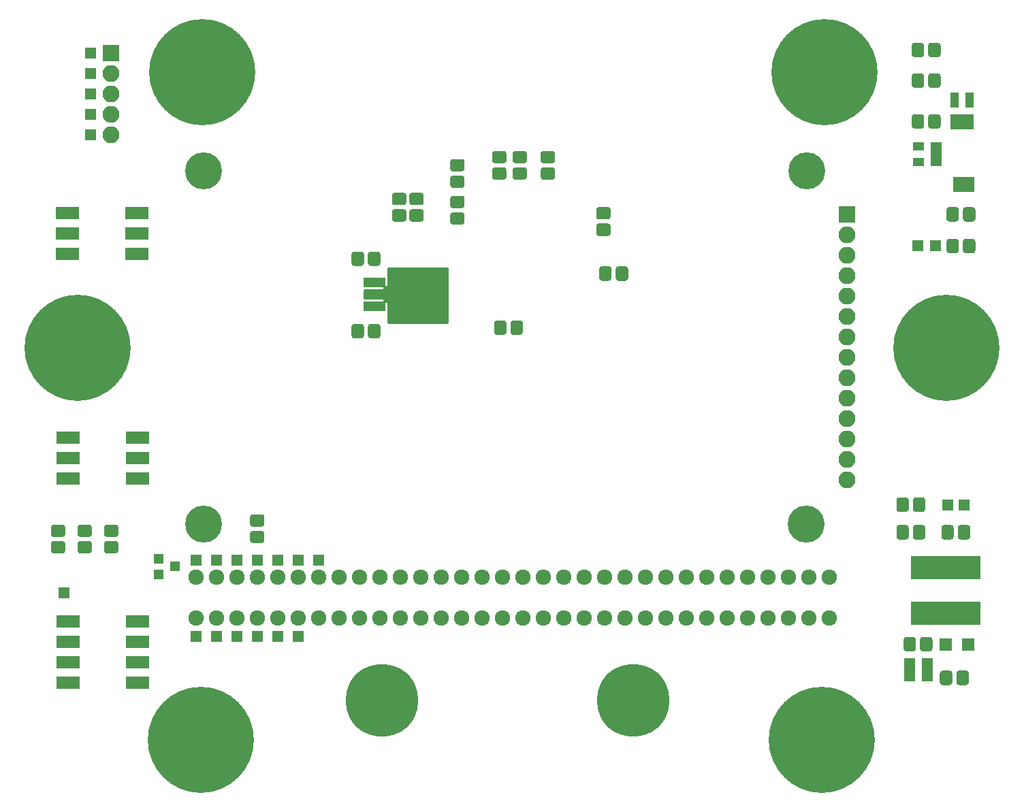
<source format=gbr>
G04 #@! TF.GenerationSoftware,KiCad,Pcbnew,5.1.6-c6e7f7d~86~ubuntu18.04.1*
G04 #@! TF.CreationDate,2020-07-20T00:11:47+01:00*
G04 #@! TF.ProjectId,ServerPSU_Breakout,53657276-6572-4505-9355-5f427265616b,rev?*
G04 #@! TF.SameCoordinates,Original*
G04 #@! TF.FileFunction,Soldermask,Top*
G04 #@! TF.FilePolarity,Negative*
%FSLAX46Y46*%
G04 Gerber Fmt 4.6, Leading zero omitted, Abs format (unit mm)*
G04 Created by KiCad (PCBNEW 5.1.6-c6e7f7d~86~ubuntu18.04.1) date 2020-07-20 00:11:47*
%MOMM*%
%LPD*%
G01*
G04 APERTURE LIST*
%ADD10C,4.600000*%
%ADD11O,2.100000X2.100000*%
%ADD12R,2.100000X2.100000*%
%ADD13C,13.200000*%
%ADD14C,1.300000*%
%ADD15R,1.400000X1.400000*%
%ADD16R,2.840000X1.520000*%
%ADD17C,9.000000*%
%ADD18R,1.460000X1.050000*%
%ADD19R,8.600000X3.000000*%
%ADD20R,1.500000X1.500000*%
%ADD21R,1.400000X1.900000*%
%ADD22C,0.100000*%
%ADD23R,2.700000X1.300000*%
%ADD24R,1.050000X1.960000*%
%ADD25R,1.300000X1.200000*%
%ADD26C,1.924000*%
%ADD27C,0.254000*%
G04 APERTURE END LIST*
D10*
X198297800Y-64160400D03*
D11*
X203276200Y-84886800D03*
X203276200Y-102666800D03*
X203276200Y-82346800D03*
X203276200Y-74726800D03*
D10*
X123266200Y-108127800D03*
D11*
X203276200Y-97586800D03*
D10*
X198221600Y-108127800D03*
D11*
X203276200Y-92506800D03*
X203276200Y-87426800D03*
D12*
X203276200Y-69646800D03*
D11*
X203276200Y-100126800D03*
D10*
X123266200Y-64185800D03*
D11*
X203276200Y-72186800D03*
X203276200Y-79806800D03*
X203276200Y-89966800D03*
X203276200Y-95046800D03*
X203276200Y-77266800D03*
D13*
X215646000Y-86233000D03*
D14*
X220446000Y-86233000D03*
X219040113Y-89627113D03*
X215646000Y-91033000D03*
X212251887Y-89627113D03*
X210846000Y-86233000D03*
X212251887Y-82838887D03*
X215646000Y-81433000D03*
X219040113Y-82838887D03*
D13*
X107569000Y-86233000D03*
D14*
X112369000Y-86233000D03*
X110963113Y-89627113D03*
X107569000Y-91033000D03*
X104174887Y-89627113D03*
X102769000Y-86233000D03*
X104174887Y-82838887D03*
X107569000Y-81433000D03*
X110963113Y-82838887D03*
D13*
X122872500Y-134937500D03*
D14*
X127672500Y-134937500D03*
X126266613Y-138331613D03*
X122872500Y-139737500D03*
X119478387Y-138331613D03*
X118072500Y-134937500D03*
X119478387Y-131543387D03*
X122872500Y-130137500D03*
X126266613Y-131543387D03*
D13*
X200152000Y-134937500D03*
D14*
X204952000Y-134937500D03*
X203546113Y-138331613D03*
X200152000Y-139737500D03*
X196757887Y-138331613D03*
X195352000Y-134937500D03*
X196757887Y-131543387D03*
X200152000Y-130137500D03*
X203546113Y-131543387D03*
D13*
X200469500Y-51943000D03*
D14*
X205269500Y-51943000D03*
X203863613Y-55337113D03*
X200469500Y-56743000D03*
X197075387Y-55337113D03*
X195669500Y-51943000D03*
X197075387Y-48548887D03*
X200469500Y-47143000D03*
X203863613Y-48548887D03*
X126457113Y-48548887D03*
X123063000Y-47143000D03*
X119668887Y-48548887D03*
X118263000Y-51943000D03*
X119668887Y-55337113D03*
X123063000Y-56743000D03*
X126457113Y-55337113D03*
X127863000Y-51943000D03*
D13*
X123063000Y-51943000D03*
D15*
X105918000Y-116713000D03*
D16*
X115049000Y-97409000D03*
X106439000Y-102489000D03*
X115049000Y-99949000D03*
X106439000Y-99949000D03*
X115049000Y-102489000D03*
X106439000Y-97409000D03*
X114922000Y-69469000D03*
X106312000Y-74549000D03*
X114922000Y-72009000D03*
X106312000Y-72009000D03*
X114922000Y-74549000D03*
X106312000Y-69469000D03*
X106439000Y-127889000D03*
X115049000Y-120269000D03*
X106439000Y-125349000D03*
X115049000Y-122809000D03*
X106439000Y-122809000D03*
X115049000Y-125349000D03*
X106439000Y-120269000D03*
X115049000Y-127889000D03*
D15*
X109220000Y-57150000D03*
X109220000Y-52070000D03*
X129921000Y-112649000D03*
X127381000Y-112649000D03*
X124841000Y-112649000D03*
X122301000Y-112649000D03*
X135001000Y-112649000D03*
X127381000Y-122110500D03*
X122301000Y-122110500D03*
X124841000Y-122110500D03*
X129921000Y-122110500D03*
X132461000Y-122110500D03*
X135001000Y-122110500D03*
X109220000Y-59690000D03*
X214249000Y-73533000D03*
X212090000Y-73533000D03*
X217805000Y-105791000D03*
X215773000Y-105791000D03*
X132461000Y-112649000D03*
X137541000Y-112649000D03*
G36*
G01*
X130484044Y-108462000D02*
X129357956Y-108462000D01*
G75*
G02*
X129021000Y-108125044I0J336956D01*
G01*
X129021000Y-107248956D01*
G75*
G02*
X129357956Y-106912000I336956J0D01*
G01*
X130484044Y-106912000D01*
G75*
G02*
X130821000Y-107248956I0J-336956D01*
G01*
X130821000Y-108125044D01*
G75*
G02*
X130484044Y-108462000I-336956J0D01*
G01*
G37*
G36*
G01*
X130484044Y-110512000D02*
X129357956Y-110512000D01*
G75*
G02*
X129021000Y-110175044I0J336956D01*
G01*
X129021000Y-109298956D01*
G75*
G02*
X129357956Y-108962000I336956J0D01*
G01*
X130484044Y-108962000D01*
G75*
G02*
X130821000Y-109298956I0J-336956D01*
G01*
X130821000Y-110175044D01*
G75*
G02*
X130484044Y-110512000I-336956J0D01*
G01*
G37*
X109220000Y-54610000D03*
X109220000Y-49530000D03*
D14*
X147695419Y-127767581D03*
X145415000Y-126823000D03*
X143134581Y-127767581D03*
X142190000Y-130048000D03*
X143134581Y-132328419D03*
X145415000Y-133273000D03*
X147695419Y-132328419D03*
X148640000Y-130048000D03*
D17*
X145415000Y-130048000D03*
D14*
X178937419Y-127767581D03*
X176657000Y-126823000D03*
X174376581Y-127767581D03*
X173432000Y-130048000D03*
X174376581Y-132328419D03*
X176657000Y-133273000D03*
X178937419Y-132328419D03*
X179882000Y-130048000D03*
D17*
X176657000Y-130048000D03*
D18*
X213240800Y-126238000D03*
X213240800Y-125288000D03*
X213240800Y-127188000D03*
X211040800Y-127188000D03*
X211040800Y-126238000D03*
X211040800Y-125288000D03*
G36*
G01*
X210951000Y-105151756D02*
X210951000Y-106277844D01*
G75*
G02*
X210614044Y-106614800I-336956J0D01*
G01*
X209737956Y-106614800D01*
G75*
G02*
X209401000Y-106277844I0J336956D01*
G01*
X209401000Y-105151756D01*
G75*
G02*
X209737956Y-104814800I336956J0D01*
G01*
X210614044Y-104814800D01*
G75*
G02*
X210951000Y-105151756I0J-336956D01*
G01*
G37*
G36*
G01*
X213001000Y-105151756D02*
X213001000Y-106277844D01*
G75*
G02*
X212664044Y-106614800I-336956J0D01*
G01*
X211787956Y-106614800D01*
G75*
G02*
X211451000Y-106277844I0J336956D01*
G01*
X211451000Y-105151756D01*
G75*
G02*
X211787956Y-104814800I336956J0D01*
G01*
X212664044Y-104814800D01*
G75*
G02*
X213001000Y-105151756I0J-336956D01*
G01*
G37*
G36*
G01*
X211451000Y-109706844D02*
X211451000Y-108580756D01*
G75*
G02*
X211787956Y-108243800I336956J0D01*
G01*
X212664044Y-108243800D01*
G75*
G02*
X213001000Y-108580756I0J-336956D01*
G01*
X213001000Y-109706844D01*
G75*
G02*
X212664044Y-110043800I-336956J0D01*
G01*
X211787956Y-110043800D01*
G75*
G02*
X211451000Y-109706844I0J336956D01*
G01*
G37*
G36*
G01*
X209401000Y-109706844D02*
X209401000Y-108580756D01*
G75*
G02*
X209737956Y-108243800I336956J0D01*
G01*
X210614044Y-108243800D01*
G75*
G02*
X210951000Y-108580756I0J-336956D01*
G01*
X210951000Y-109706844D01*
G75*
G02*
X210614044Y-110043800I-336956J0D01*
G01*
X209737956Y-110043800D01*
G75*
G02*
X209401000Y-109706844I0J336956D01*
G01*
G37*
G36*
G01*
X104592956Y-110241000D02*
X105719044Y-110241000D01*
G75*
G02*
X106056000Y-110577956I0J-336956D01*
G01*
X106056000Y-111454044D01*
G75*
G02*
X105719044Y-111791000I-336956J0D01*
G01*
X104592956Y-111791000D01*
G75*
G02*
X104256000Y-111454044I0J336956D01*
G01*
X104256000Y-110577956D01*
G75*
G02*
X104592956Y-110241000I336956J0D01*
G01*
G37*
G36*
G01*
X104592956Y-108191000D02*
X105719044Y-108191000D01*
G75*
G02*
X106056000Y-108527956I0J-336956D01*
G01*
X106056000Y-109404044D01*
G75*
G02*
X105719044Y-109741000I-336956J0D01*
G01*
X104592956Y-109741000D01*
G75*
G02*
X104256000Y-109404044I0J336956D01*
G01*
X104256000Y-108527956D01*
G75*
G02*
X104592956Y-108191000I336956J0D01*
G01*
G37*
G36*
G01*
X107894956Y-110232000D02*
X109021044Y-110232000D01*
G75*
G02*
X109358000Y-110568956I0J-336956D01*
G01*
X109358000Y-111445044D01*
G75*
G02*
X109021044Y-111782000I-336956J0D01*
G01*
X107894956Y-111782000D01*
G75*
G02*
X107558000Y-111445044I0J336956D01*
G01*
X107558000Y-110568956D01*
G75*
G02*
X107894956Y-110232000I336956J0D01*
G01*
G37*
G36*
G01*
X107894956Y-108182000D02*
X109021044Y-108182000D01*
G75*
G02*
X109358000Y-108518956I0J-336956D01*
G01*
X109358000Y-109395044D01*
G75*
G02*
X109021044Y-109732000I-336956J0D01*
G01*
X107894956Y-109732000D01*
G75*
G02*
X107558000Y-109395044I0J336956D01*
G01*
X107558000Y-108518956D01*
G75*
G02*
X107894956Y-108182000I336956J0D01*
G01*
G37*
G36*
G01*
X111196956Y-110232000D02*
X112323044Y-110232000D01*
G75*
G02*
X112660000Y-110568956I0J-336956D01*
G01*
X112660000Y-111445044D01*
G75*
G02*
X112323044Y-111782000I-336956J0D01*
G01*
X111196956Y-111782000D01*
G75*
G02*
X110860000Y-111445044I0J336956D01*
G01*
X110860000Y-110568956D01*
G75*
G02*
X111196956Y-110232000I336956J0D01*
G01*
G37*
G36*
G01*
X111196956Y-108182000D02*
X112323044Y-108182000D01*
G75*
G02*
X112660000Y-108518956I0J-336956D01*
G01*
X112660000Y-109395044D01*
G75*
G02*
X112323044Y-109732000I-336956J0D01*
G01*
X111196956Y-109732000D01*
G75*
G02*
X110860000Y-109395044I0J336956D01*
G01*
X110860000Y-108518956D01*
G75*
G02*
X111196956Y-108182000I336956J0D01*
G01*
G37*
D19*
X215519000Y-113582800D03*
X215519000Y-119182800D03*
D11*
X111760000Y-59690000D03*
X111760000Y-57150000D03*
X111760000Y-54610000D03*
X111760000Y-52070000D03*
D12*
X111760000Y-49530000D03*
D20*
X218316000Y-123113800D03*
X215516000Y-123113800D03*
G36*
G01*
X216539000Y-108580756D02*
X216539000Y-109706844D01*
G75*
G02*
X216202044Y-110043800I-336956J0D01*
G01*
X215325956Y-110043800D01*
G75*
G02*
X214989000Y-109706844I0J336956D01*
G01*
X214989000Y-108580756D01*
G75*
G02*
X215325956Y-108243800I336956J0D01*
G01*
X216202044Y-108243800D01*
G75*
G02*
X216539000Y-108580756I0J-336956D01*
G01*
G37*
G36*
G01*
X218589000Y-108580756D02*
X218589000Y-109706844D01*
G75*
G02*
X218252044Y-110043800I-336956J0D01*
G01*
X217375956Y-110043800D01*
G75*
G02*
X217039000Y-109706844I0J336956D01*
G01*
X217039000Y-108580756D01*
G75*
G02*
X217375956Y-108243800I336956J0D01*
G01*
X218252044Y-108243800D01*
G75*
G02*
X218589000Y-108580756I0J-336956D01*
G01*
G37*
G36*
G01*
X211840000Y-122499956D02*
X211840000Y-123626044D01*
G75*
G02*
X211503044Y-123963000I-336956J0D01*
G01*
X210626956Y-123963000D01*
G75*
G02*
X210290000Y-123626044I0J336956D01*
G01*
X210290000Y-122499956D01*
G75*
G02*
X210626956Y-122163000I336956J0D01*
G01*
X211503044Y-122163000D01*
G75*
G02*
X211840000Y-122499956I0J-336956D01*
G01*
G37*
G36*
G01*
X213890000Y-122499956D02*
X213890000Y-123626044D01*
G75*
G02*
X213553044Y-123963000I-336956J0D01*
G01*
X212676956Y-123963000D01*
G75*
G02*
X212340000Y-123626044I0J336956D01*
G01*
X212340000Y-122499956D01*
G75*
G02*
X212676956Y-122163000I336956J0D01*
G01*
X213553044Y-122163000D01*
G75*
G02*
X213890000Y-122499956I0J-336956D01*
G01*
G37*
G36*
G01*
X216861200Y-127817044D02*
X216861200Y-126690956D01*
G75*
G02*
X217198156Y-126354000I336956J0D01*
G01*
X218074244Y-126354000D01*
G75*
G02*
X218411200Y-126690956I0J-336956D01*
G01*
X218411200Y-127817044D01*
G75*
G02*
X218074244Y-128154000I-336956J0D01*
G01*
X217198156Y-128154000D01*
G75*
G02*
X216861200Y-127817044I0J336956D01*
G01*
G37*
G36*
G01*
X214811200Y-127817044D02*
X214811200Y-126690956D01*
G75*
G02*
X215148156Y-126354000I336956J0D01*
G01*
X216024244Y-126354000D01*
G75*
G02*
X216361200Y-126690956I0J-336956D01*
G01*
X216361200Y-127817044D01*
G75*
G02*
X216024244Y-128154000I-336956J0D01*
G01*
X215148156Y-128154000D01*
G75*
G02*
X214811200Y-127817044I0J336956D01*
G01*
G37*
D21*
X218455000Y-65913000D03*
X217155000Y-65913000D03*
D22*
G36*
X149960518Y-78502843D02*
G01*
X149998037Y-78514224D01*
X150032614Y-78532706D01*
X150062921Y-78557579D01*
X150087794Y-78587886D01*
X150106276Y-78622463D01*
X150117657Y-78659982D01*
X150121500Y-78699000D01*
X150121500Y-80432000D01*
X150117657Y-80471018D01*
X150106276Y-80508537D01*
X150087794Y-80543114D01*
X150062921Y-80573421D01*
X150032614Y-80598294D01*
X149998037Y-80616776D01*
X149960518Y-80628157D01*
X149921500Y-80632000D01*
X145796500Y-80632000D01*
X145757482Y-80628157D01*
X145719963Y-80616776D01*
X145685386Y-80598294D01*
X145655079Y-80573421D01*
X145630206Y-80543114D01*
X145611724Y-80508537D01*
X145600343Y-80471018D01*
X145596500Y-80432000D01*
X145596500Y-80215500D01*
X143321500Y-80215500D01*
X143282482Y-80211657D01*
X143244963Y-80200276D01*
X143210386Y-80181794D01*
X143180079Y-80156921D01*
X143155206Y-80126614D01*
X143136724Y-80092037D01*
X143125343Y-80054518D01*
X143121500Y-80015500D01*
X143121500Y-79115500D01*
X143125343Y-79076482D01*
X143136724Y-79038963D01*
X143155206Y-79004386D01*
X143180079Y-78974079D01*
X143210386Y-78949206D01*
X143244963Y-78930724D01*
X143282482Y-78919343D01*
X143321500Y-78915500D01*
X145596500Y-78915500D01*
X145596500Y-78699000D01*
X145600343Y-78659982D01*
X145611724Y-78622463D01*
X145630206Y-78587886D01*
X145655079Y-78557579D01*
X145685386Y-78532706D01*
X145719963Y-78514224D01*
X145757482Y-78502843D01*
X145796500Y-78499000D01*
X149921500Y-78499000D01*
X149960518Y-78502843D01*
G37*
D23*
X144471500Y-81065500D03*
X144471500Y-78065500D03*
D18*
X212133000Y-63053000D03*
X212133000Y-61153000D03*
X214333000Y-61153000D03*
X214333000Y-62103000D03*
X214333000Y-63053000D03*
D24*
X216601000Y-55419000D03*
X218501000Y-55419000D03*
X218501000Y-58119000D03*
X217551000Y-58119000D03*
X216601000Y-58119000D03*
G36*
G01*
X213356000Y-49712044D02*
X213356000Y-48585956D01*
G75*
G02*
X213692956Y-48249000I336956J0D01*
G01*
X214569044Y-48249000D01*
G75*
G02*
X214906000Y-48585956I0J-336956D01*
G01*
X214906000Y-49712044D01*
G75*
G02*
X214569044Y-50049000I-336956J0D01*
G01*
X213692956Y-50049000D01*
G75*
G02*
X213356000Y-49712044I0J336956D01*
G01*
G37*
G36*
G01*
X211306000Y-49712044D02*
X211306000Y-48585956D01*
G75*
G02*
X211642956Y-48249000I336956J0D01*
G01*
X212519044Y-48249000D01*
G75*
G02*
X212856000Y-48585956I0J-336956D01*
G01*
X212856000Y-49712044D01*
G75*
G02*
X212519044Y-50049000I-336956J0D01*
G01*
X211642956Y-50049000D01*
G75*
G02*
X211306000Y-49712044I0J336956D01*
G01*
G37*
G36*
G01*
X217174000Y-69032956D02*
X217174000Y-70159044D01*
G75*
G02*
X216837044Y-70496000I-336956J0D01*
G01*
X215960956Y-70496000D01*
G75*
G02*
X215624000Y-70159044I0J336956D01*
G01*
X215624000Y-69032956D01*
G75*
G02*
X215960956Y-68696000I336956J0D01*
G01*
X216837044Y-68696000D01*
G75*
G02*
X217174000Y-69032956I0J-336956D01*
G01*
G37*
G36*
G01*
X219224000Y-69032956D02*
X219224000Y-70159044D01*
G75*
G02*
X218887044Y-70496000I-336956J0D01*
G01*
X218010956Y-70496000D01*
G75*
G02*
X217674000Y-70159044I0J336956D01*
G01*
X217674000Y-69032956D01*
G75*
G02*
X218010956Y-68696000I336956J0D01*
G01*
X218887044Y-68696000D01*
G75*
G02*
X219224000Y-69032956I0J-336956D01*
G01*
G37*
G36*
G01*
X217674000Y-74096044D02*
X217674000Y-72969956D01*
G75*
G02*
X218010956Y-72633000I336956J0D01*
G01*
X218887044Y-72633000D01*
G75*
G02*
X219224000Y-72969956I0J-336956D01*
G01*
X219224000Y-74096044D01*
G75*
G02*
X218887044Y-74433000I-336956J0D01*
G01*
X218010956Y-74433000D01*
G75*
G02*
X217674000Y-74096044I0J336956D01*
G01*
G37*
G36*
G01*
X215624000Y-74096044D02*
X215624000Y-72969956D01*
G75*
G02*
X215960956Y-72633000I336956J0D01*
G01*
X216837044Y-72633000D01*
G75*
G02*
X217174000Y-72969956I0J-336956D01*
G01*
X217174000Y-74096044D01*
G75*
G02*
X216837044Y-74433000I-336956J0D01*
G01*
X215960956Y-74433000D01*
G75*
G02*
X215624000Y-74096044I0J336956D01*
G01*
G37*
G36*
G01*
X212856000Y-57475956D02*
X212856000Y-58602044D01*
G75*
G02*
X212519044Y-58939000I-336956J0D01*
G01*
X211642956Y-58939000D01*
G75*
G02*
X211306000Y-58602044I0J336956D01*
G01*
X211306000Y-57475956D01*
G75*
G02*
X211642956Y-57139000I336956J0D01*
G01*
X212519044Y-57139000D01*
G75*
G02*
X212856000Y-57475956I0J-336956D01*
G01*
G37*
G36*
G01*
X214906000Y-57475956D02*
X214906000Y-58602044D01*
G75*
G02*
X214569044Y-58939000I-336956J0D01*
G01*
X213692956Y-58939000D01*
G75*
G02*
X213356000Y-58602044I0J336956D01*
G01*
X213356000Y-57475956D01*
G75*
G02*
X213692956Y-57139000I336956J0D01*
G01*
X214569044Y-57139000D01*
G75*
G02*
X214906000Y-57475956I0J-336956D01*
G01*
G37*
G36*
G01*
X143696500Y-75683544D02*
X143696500Y-74557456D01*
G75*
G02*
X144033456Y-74220500I336956J0D01*
G01*
X144909544Y-74220500D01*
G75*
G02*
X145246500Y-74557456I0J-336956D01*
G01*
X145246500Y-75683544D01*
G75*
G02*
X144909544Y-76020500I-336956J0D01*
G01*
X144033456Y-76020500D01*
G75*
G02*
X143696500Y-75683544I0J336956D01*
G01*
G37*
G36*
G01*
X141646500Y-75683544D02*
X141646500Y-74557456D01*
G75*
G02*
X141983456Y-74220500I336956J0D01*
G01*
X142859544Y-74220500D01*
G75*
G02*
X143196500Y-74557456I0J-336956D01*
G01*
X143196500Y-75683544D01*
G75*
G02*
X142859544Y-76020500I-336956J0D01*
G01*
X141983456Y-76020500D01*
G75*
G02*
X141646500Y-75683544I0J336956D01*
G01*
G37*
G36*
G01*
X143196500Y-83574456D02*
X143196500Y-84700544D01*
G75*
G02*
X142859544Y-85037500I-336956J0D01*
G01*
X141983456Y-85037500D01*
G75*
G02*
X141646500Y-84700544I0J336956D01*
G01*
X141646500Y-83574456D01*
G75*
G02*
X141983456Y-83237500I336956J0D01*
G01*
X142859544Y-83237500D01*
G75*
G02*
X143196500Y-83574456I0J-336956D01*
G01*
G37*
G36*
G01*
X145246500Y-83574456D02*
X145246500Y-84700544D01*
G75*
G02*
X144909544Y-85037500I-336956J0D01*
G01*
X144033456Y-85037500D01*
G75*
G02*
X143696500Y-84700544I0J336956D01*
G01*
X143696500Y-83574456D01*
G75*
G02*
X144033456Y-83237500I336956J0D01*
G01*
X144909544Y-83237500D01*
G75*
G02*
X145246500Y-83574456I0J-336956D01*
G01*
G37*
G36*
G01*
X213356000Y-53522044D02*
X213356000Y-52395956D01*
G75*
G02*
X213692956Y-52059000I336956J0D01*
G01*
X214569044Y-52059000D01*
G75*
G02*
X214906000Y-52395956I0J-336956D01*
G01*
X214906000Y-53522044D01*
G75*
G02*
X214569044Y-53859000I-336956J0D01*
G01*
X213692956Y-53859000D01*
G75*
G02*
X213356000Y-53522044I0J336956D01*
G01*
G37*
G36*
G01*
X211306000Y-53522044D02*
X211306000Y-52395956D01*
G75*
G02*
X211642956Y-52059000I336956J0D01*
G01*
X212519044Y-52059000D01*
G75*
G02*
X212856000Y-52395956I0J-336956D01*
G01*
X212856000Y-53522044D01*
G75*
G02*
X212519044Y-53859000I-336956J0D01*
G01*
X211642956Y-53859000D01*
G75*
G02*
X211306000Y-53522044I0J336956D01*
G01*
G37*
G36*
G01*
X173994000Y-76398956D02*
X173994000Y-77525044D01*
G75*
G02*
X173657044Y-77862000I-336956J0D01*
G01*
X172780956Y-77862000D01*
G75*
G02*
X172444000Y-77525044I0J336956D01*
G01*
X172444000Y-76398956D01*
G75*
G02*
X172780956Y-76062000I336956J0D01*
G01*
X173657044Y-76062000D01*
G75*
G02*
X173994000Y-76398956I0J-336956D01*
G01*
G37*
G36*
G01*
X176044000Y-76398956D02*
X176044000Y-77525044D01*
G75*
G02*
X175707044Y-77862000I-336956J0D01*
G01*
X174830956Y-77862000D01*
G75*
G02*
X174494000Y-77525044I0J336956D01*
G01*
X174494000Y-76398956D01*
G75*
G02*
X174830956Y-76062000I336956J0D01*
G01*
X175707044Y-76062000D01*
G75*
G02*
X176044000Y-76398956I0J-336956D01*
G01*
G37*
D25*
X119681500Y-113411000D03*
X117681500Y-114361000D03*
X117681500Y-112461000D03*
G36*
G01*
X155376044Y-68838000D02*
X154249956Y-68838000D01*
G75*
G02*
X153913000Y-68501044I0J336956D01*
G01*
X153913000Y-67624956D01*
G75*
G02*
X154249956Y-67288000I336956J0D01*
G01*
X155376044Y-67288000D01*
G75*
G02*
X155713000Y-67624956I0J-336956D01*
G01*
X155713000Y-68501044D01*
G75*
G02*
X155376044Y-68838000I-336956J0D01*
G01*
G37*
G36*
G01*
X155376044Y-70888000D02*
X154249956Y-70888000D01*
G75*
G02*
X153913000Y-70551044I0J336956D01*
G01*
X153913000Y-69674956D01*
G75*
G02*
X154249956Y-69338000I336956J0D01*
G01*
X155376044Y-69338000D01*
G75*
G02*
X155713000Y-69674956I0J-336956D01*
G01*
X155713000Y-70551044D01*
G75*
G02*
X155376044Y-70888000I-336956J0D01*
G01*
G37*
G36*
G01*
X147010956Y-68957000D02*
X148137044Y-68957000D01*
G75*
G02*
X148474000Y-69293956I0J-336956D01*
G01*
X148474000Y-70170044D01*
G75*
G02*
X148137044Y-70507000I-336956J0D01*
G01*
X147010956Y-70507000D01*
G75*
G02*
X146674000Y-70170044I0J336956D01*
G01*
X146674000Y-69293956D01*
G75*
G02*
X147010956Y-68957000I336956J0D01*
G01*
G37*
G36*
G01*
X147010956Y-66907000D02*
X148137044Y-66907000D01*
G75*
G02*
X148474000Y-67243956I0J-336956D01*
G01*
X148474000Y-68120044D01*
G75*
G02*
X148137044Y-68457000I-336956J0D01*
G01*
X147010956Y-68457000D01*
G75*
G02*
X146674000Y-68120044I0J336956D01*
G01*
X146674000Y-67243956D01*
G75*
G02*
X147010956Y-66907000I336956J0D01*
G01*
G37*
G36*
G01*
X149169956Y-68957000D02*
X150296044Y-68957000D01*
G75*
G02*
X150633000Y-69293956I0J-336956D01*
G01*
X150633000Y-70170044D01*
G75*
G02*
X150296044Y-70507000I-336956J0D01*
G01*
X149169956Y-70507000D01*
G75*
G02*
X148833000Y-70170044I0J336956D01*
G01*
X148833000Y-69293956D01*
G75*
G02*
X149169956Y-68957000I336956J0D01*
G01*
G37*
G36*
G01*
X149169956Y-66907000D02*
X150296044Y-66907000D01*
G75*
G02*
X150633000Y-67243956I0J-336956D01*
G01*
X150633000Y-68120044D01*
G75*
G02*
X150296044Y-68457000I-336956J0D01*
G01*
X149169956Y-68457000D01*
G75*
G02*
X148833000Y-68120044I0J336956D01*
G01*
X148833000Y-67243956D01*
G75*
G02*
X149169956Y-66907000I336956J0D01*
G01*
G37*
G36*
G01*
X163123044Y-63250000D02*
X161996956Y-63250000D01*
G75*
G02*
X161660000Y-62913044I0J336956D01*
G01*
X161660000Y-62036956D01*
G75*
G02*
X161996956Y-61700000I336956J0D01*
G01*
X163123044Y-61700000D01*
G75*
G02*
X163460000Y-62036956I0J-336956D01*
G01*
X163460000Y-62913044D01*
G75*
G02*
X163123044Y-63250000I-336956J0D01*
G01*
G37*
G36*
G01*
X163123044Y-65300000D02*
X161996956Y-65300000D01*
G75*
G02*
X161660000Y-64963044I0J336956D01*
G01*
X161660000Y-64086956D01*
G75*
G02*
X161996956Y-63750000I336956J0D01*
G01*
X163123044Y-63750000D01*
G75*
G02*
X163460000Y-64086956I0J-336956D01*
G01*
X163460000Y-64963044D01*
G75*
G02*
X163123044Y-65300000I-336956J0D01*
G01*
G37*
D26*
X201041000Y-114744500D03*
X198501000Y-114744500D03*
X195961000Y-114744500D03*
X193421000Y-114744500D03*
X190881000Y-114744500D03*
X188341000Y-114744500D03*
X185801000Y-114744500D03*
X183261000Y-114744500D03*
X180721000Y-114744500D03*
X178181000Y-114744500D03*
X175641000Y-114744500D03*
X173101000Y-114744500D03*
X170561000Y-114744500D03*
X168021000Y-114744500D03*
X165481000Y-114744500D03*
X162941000Y-114744500D03*
X160401000Y-114744500D03*
X157861000Y-114744500D03*
X155321000Y-114744500D03*
X152781000Y-114744500D03*
X150241000Y-114744500D03*
X147701000Y-114744500D03*
X145161000Y-114744500D03*
X142621000Y-114744500D03*
X140081000Y-114744500D03*
X137541000Y-114744500D03*
X135001000Y-114744500D03*
X132461000Y-114744500D03*
X129921000Y-114744500D03*
X127381000Y-114744500D03*
X124841000Y-114744500D03*
X122301000Y-114744500D03*
X124841000Y-119824500D03*
X201041000Y-119824500D03*
X198501000Y-119824500D03*
X195961000Y-119824500D03*
X193421000Y-119824500D03*
X190881000Y-119824500D03*
X188341000Y-119824500D03*
X185801000Y-119824500D03*
X183261000Y-119824500D03*
X180721000Y-119824500D03*
X178181000Y-119824500D03*
X175641000Y-119824500D03*
X173101000Y-119824500D03*
X170561000Y-119824500D03*
X168021000Y-119824500D03*
X165481000Y-119824500D03*
X162941000Y-119824500D03*
X160401000Y-119824500D03*
X157861000Y-119824500D03*
X155321000Y-119824500D03*
X152781000Y-119824500D03*
X150241000Y-119824500D03*
X147701000Y-119824500D03*
X145161000Y-119824500D03*
X142621000Y-119824500D03*
X140081000Y-119824500D03*
X137541000Y-119824500D03*
X135001000Y-119824500D03*
X132461000Y-119824500D03*
X129921000Y-119824500D03*
X127381000Y-119824500D03*
X122301000Y-119824500D03*
G36*
G01*
X159456956Y-63750000D02*
X160583044Y-63750000D01*
G75*
G02*
X160920000Y-64086956I0J-336956D01*
G01*
X160920000Y-64963044D01*
G75*
G02*
X160583044Y-65300000I-336956J0D01*
G01*
X159456956Y-65300000D01*
G75*
G02*
X159120000Y-64963044I0J336956D01*
G01*
X159120000Y-64086956D01*
G75*
G02*
X159456956Y-63750000I336956J0D01*
G01*
G37*
G36*
G01*
X159456956Y-61700000D02*
X160583044Y-61700000D01*
G75*
G02*
X160920000Y-62036956I0J-336956D01*
G01*
X160920000Y-62913044D01*
G75*
G02*
X160583044Y-63250000I-336956J0D01*
G01*
X159456956Y-63250000D01*
G75*
G02*
X159120000Y-62913044I0J336956D01*
G01*
X159120000Y-62036956D01*
G75*
G02*
X159456956Y-61700000I336956J0D01*
G01*
G37*
G36*
G01*
X160913000Y-83129956D02*
X160913000Y-84256044D01*
G75*
G02*
X160576044Y-84593000I-336956J0D01*
G01*
X159699956Y-84593000D01*
G75*
G02*
X159363000Y-84256044I0J336956D01*
G01*
X159363000Y-83129956D01*
G75*
G02*
X159699956Y-82793000I336956J0D01*
G01*
X160576044Y-82793000D01*
G75*
G02*
X160913000Y-83129956I0J-336956D01*
G01*
G37*
G36*
G01*
X162963000Y-83129956D02*
X162963000Y-84256044D01*
G75*
G02*
X162626044Y-84593000I-336956J0D01*
G01*
X161749956Y-84593000D01*
G75*
G02*
X161413000Y-84256044I0J336956D01*
G01*
X161413000Y-83129956D01*
G75*
G02*
X161749956Y-82793000I336956J0D01*
G01*
X162626044Y-82793000D01*
G75*
G02*
X162963000Y-83129956I0J-336956D01*
G01*
G37*
G36*
G01*
X172410956Y-70735000D02*
X173537044Y-70735000D01*
G75*
G02*
X173874000Y-71071956I0J-336956D01*
G01*
X173874000Y-71948044D01*
G75*
G02*
X173537044Y-72285000I-336956J0D01*
G01*
X172410956Y-72285000D01*
G75*
G02*
X172074000Y-71948044I0J336956D01*
G01*
X172074000Y-71071956D01*
G75*
G02*
X172410956Y-70735000I336956J0D01*
G01*
G37*
G36*
G01*
X172410956Y-68685000D02*
X173537044Y-68685000D01*
G75*
G02*
X173874000Y-69021956I0J-336956D01*
G01*
X173874000Y-69898044D01*
G75*
G02*
X173537044Y-70235000I-336956J0D01*
G01*
X172410956Y-70235000D01*
G75*
G02*
X172074000Y-69898044I0J336956D01*
G01*
X172074000Y-69021956D01*
G75*
G02*
X172410956Y-68685000I336956J0D01*
G01*
G37*
G36*
G01*
X165502156Y-63750000D02*
X166628244Y-63750000D01*
G75*
G02*
X166965200Y-64086956I0J-336956D01*
G01*
X166965200Y-64963044D01*
G75*
G02*
X166628244Y-65300000I-336956J0D01*
G01*
X165502156Y-65300000D01*
G75*
G02*
X165165200Y-64963044I0J336956D01*
G01*
X165165200Y-64086956D01*
G75*
G02*
X165502156Y-63750000I336956J0D01*
G01*
G37*
G36*
G01*
X165502156Y-61700000D02*
X166628244Y-61700000D01*
G75*
G02*
X166965200Y-62036956I0J-336956D01*
G01*
X166965200Y-62913044D01*
G75*
G02*
X166628244Y-63250000I-336956J0D01*
G01*
X165502156Y-63250000D01*
G75*
G02*
X165165200Y-62913044I0J336956D01*
G01*
X165165200Y-62036956D01*
G75*
G02*
X165502156Y-61700000I336956J0D01*
G01*
G37*
G36*
G01*
X154249956Y-64766000D02*
X155376044Y-64766000D01*
G75*
G02*
X155713000Y-65102956I0J-336956D01*
G01*
X155713000Y-65979044D01*
G75*
G02*
X155376044Y-66316000I-336956J0D01*
G01*
X154249956Y-66316000D01*
G75*
G02*
X153913000Y-65979044I0J336956D01*
G01*
X153913000Y-65102956D01*
G75*
G02*
X154249956Y-64766000I336956J0D01*
G01*
G37*
G36*
G01*
X154249956Y-62716000D02*
X155376044Y-62716000D01*
G75*
G02*
X155713000Y-63052956I0J-336956D01*
G01*
X155713000Y-63929044D01*
G75*
G02*
X155376044Y-64266000I-336956J0D01*
G01*
X154249956Y-64266000D01*
G75*
G02*
X153913000Y-63929044I0J336956D01*
G01*
X153913000Y-63052956D01*
G75*
G02*
X154249956Y-62716000I336956J0D01*
G01*
G37*
D27*
G36*
X153543000Y-83058000D02*
G01*
X146177000Y-83058000D01*
X146177000Y-76327000D01*
X153543000Y-76327000D01*
X153543000Y-83058000D01*
G37*
X153543000Y-83058000D02*
X146177000Y-83058000D01*
X146177000Y-76327000D01*
X153543000Y-76327000D01*
X153543000Y-83058000D01*
M02*

</source>
